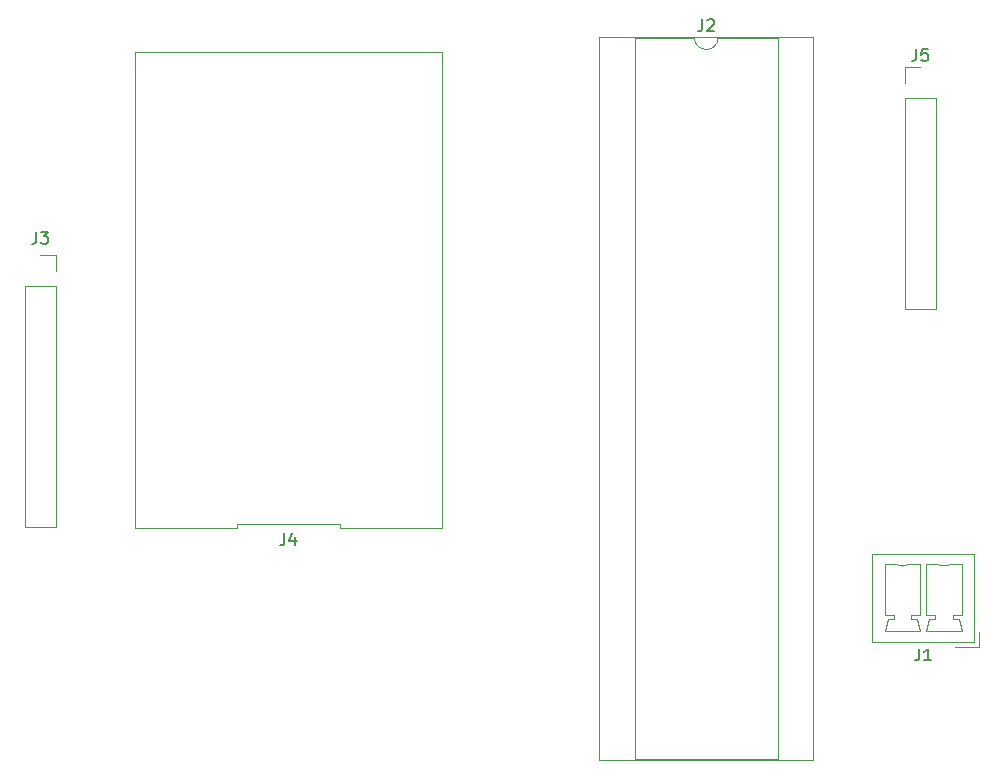
<source format=gbr>
%TF.GenerationSoftware,KiCad,Pcbnew,8.0.3*%
%TF.CreationDate,2024-07-16T20:51:18-07:00*%
%TF.ProjectId,pcb_test,7063625f-7465-4737-942e-6b696361645f,rev?*%
%TF.SameCoordinates,Original*%
%TF.FileFunction,Legend,Top*%
%TF.FilePolarity,Positive*%
%FSLAX46Y46*%
G04 Gerber Fmt 4.6, Leading zero omitted, Abs format (unit mm)*
G04 Created by KiCad (PCBNEW 8.0.3) date 2024-07-16 20:51:18*
%MOMM*%
%LPD*%
G01*
G04 APERTURE LIST*
%ADD10C,0.150000*%
%ADD11C,0.120000*%
G04 APERTURE END LIST*
D10*
X113406666Y-29304819D02*
X113406666Y-30019104D01*
X113406666Y-30019104D02*
X113359047Y-30161961D01*
X113359047Y-30161961D02*
X113263809Y-30257200D01*
X113263809Y-30257200D02*
X113120952Y-30304819D01*
X113120952Y-30304819D02*
X113025714Y-30304819D01*
X114359047Y-29304819D02*
X113882857Y-29304819D01*
X113882857Y-29304819D02*
X113835238Y-29781009D01*
X113835238Y-29781009D02*
X113882857Y-29733390D01*
X113882857Y-29733390D02*
X113978095Y-29685771D01*
X113978095Y-29685771D02*
X114216190Y-29685771D01*
X114216190Y-29685771D02*
X114311428Y-29733390D01*
X114311428Y-29733390D02*
X114359047Y-29781009D01*
X114359047Y-29781009D02*
X114406666Y-29876247D01*
X114406666Y-29876247D02*
X114406666Y-30114342D01*
X114406666Y-30114342D02*
X114359047Y-30209580D01*
X114359047Y-30209580D02*
X114311428Y-30257200D01*
X114311428Y-30257200D02*
X114216190Y-30304819D01*
X114216190Y-30304819D02*
X113978095Y-30304819D01*
X113978095Y-30304819D02*
X113882857Y-30257200D01*
X113882857Y-30257200D02*
X113835238Y-30209580D01*
X59906666Y-70334819D02*
X59906666Y-71049104D01*
X59906666Y-71049104D02*
X59859047Y-71191961D01*
X59859047Y-71191961D02*
X59763809Y-71287200D01*
X59763809Y-71287200D02*
X59620952Y-71334819D01*
X59620952Y-71334819D02*
X59525714Y-71334819D01*
X60811428Y-70668152D02*
X60811428Y-71334819D01*
X60573333Y-70287200D02*
X60335238Y-71001485D01*
X60335238Y-71001485D02*
X60954285Y-71001485D01*
X38906666Y-44784819D02*
X38906666Y-45499104D01*
X38906666Y-45499104D02*
X38859047Y-45641961D01*
X38859047Y-45641961D02*
X38763809Y-45737200D01*
X38763809Y-45737200D02*
X38620952Y-45784819D01*
X38620952Y-45784819D02*
X38525714Y-45784819D01*
X39287619Y-44784819D02*
X39906666Y-44784819D01*
X39906666Y-44784819D02*
X39573333Y-45165771D01*
X39573333Y-45165771D02*
X39716190Y-45165771D01*
X39716190Y-45165771D02*
X39811428Y-45213390D01*
X39811428Y-45213390D02*
X39859047Y-45261009D01*
X39859047Y-45261009D02*
X39906666Y-45356247D01*
X39906666Y-45356247D02*
X39906666Y-45594342D01*
X39906666Y-45594342D02*
X39859047Y-45689580D01*
X39859047Y-45689580D02*
X39811428Y-45737200D01*
X39811428Y-45737200D02*
X39716190Y-45784819D01*
X39716190Y-45784819D02*
X39430476Y-45784819D01*
X39430476Y-45784819D02*
X39335238Y-45737200D01*
X39335238Y-45737200D02*
X39287619Y-45689580D01*
X113656666Y-80084819D02*
X113656666Y-80799104D01*
X113656666Y-80799104D02*
X113609047Y-80941961D01*
X113609047Y-80941961D02*
X113513809Y-81037200D01*
X113513809Y-81037200D02*
X113370952Y-81084819D01*
X113370952Y-81084819D02*
X113275714Y-81084819D01*
X114656666Y-81084819D02*
X114085238Y-81084819D01*
X114370952Y-81084819D02*
X114370952Y-80084819D01*
X114370952Y-80084819D02*
X114275714Y-80227676D01*
X114275714Y-80227676D02*
X114180476Y-80322914D01*
X114180476Y-80322914D02*
X114085238Y-80370533D01*
X95286666Y-26804819D02*
X95286666Y-27519104D01*
X95286666Y-27519104D02*
X95239047Y-27661961D01*
X95239047Y-27661961D02*
X95143809Y-27757200D01*
X95143809Y-27757200D02*
X95000952Y-27804819D01*
X95000952Y-27804819D02*
X94905714Y-27804819D01*
X95715238Y-26900057D02*
X95762857Y-26852438D01*
X95762857Y-26852438D02*
X95858095Y-26804819D01*
X95858095Y-26804819D02*
X96096190Y-26804819D01*
X96096190Y-26804819D02*
X96191428Y-26852438D01*
X96191428Y-26852438D02*
X96239047Y-26900057D01*
X96239047Y-26900057D02*
X96286666Y-26995295D01*
X96286666Y-26995295D02*
X96286666Y-27090533D01*
X96286666Y-27090533D02*
X96239047Y-27233390D01*
X96239047Y-27233390D02*
X95667619Y-27804819D01*
X95667619Y-27804819D02*
X96286666Y-27804819D01*
D11*
%TO.C,J5*%
X112410000Y-30850000D02*
X113740000Y-30850000D01*
X112410000Y-32180000D02*
X112410000Y-30850000D01*
X112410000Y-33450000D02*
X112410000Y-51290000D01*
X112410000Y-33450000D02*
X115070000Y-33450000D01*
X112410000Y-51290000D02*
X115070000Y-51290000D01*
X115070000Y-33450000D02*
X115070000Y-51290000D01*
%TO.C,J4*%
X47240000Y-69880000D02*
X55906667Y-69880000D01*
X55906667Y-69880000D02*
X55906667Y-69520000D01*
X64573333Y-69880000D02*
X73239999Y-69880000D01*
X73239999Y-69880000D02*
X73240000Y-29580000D01*
X55906667Y-69520000D02*
X64573333Y-69520000D01*
X64573333Y-69520000D02*
X64573333Y-69880000D01*
X47240001Y-29580000D02*
X47240000Y-69880000D01*
X73240000Y-29580000D02*
X47240001Y-29580000D01*
%TO.C,J3*%
X37910000Y-49370000D02*
X37910000Y-69750000D01*
X37910000Y-49370000D02*
X40570000Y-49370000D01*
X37910000Y-69750000D02*
X40570000Y-69750000D01*
X39240000Y-46770000D02*
X40570000Y-46770000D01*
X40570000Y-46770000D02*
X40570000Y-48100000D01*
X40570000Y-49370000D02*
X40570000Y-69750000D01*
%TO.C,J1*%
X118690000Y-79930000D02*
X116690000Y-79930000D01*
X118690000Y-78680000D02*
X118690000Y-79930000D01*
X118300000Y-79540000D02*
X118300000Y-72070000D01*
X118300000Y-72070000D02*
X109680000Y-72070000D01*
X117240000Y-78580000D02*
X114240000Y-78580000D01*
X117240000Y-77230000D02*
X116490000Y-77230000D01*
X117240000Y-72930000D02*
X117240000Y-77230000D01*
X116990000Y-77580000D02*
X117240000Y-78580000D01*
X116490000Y-77580000D02*
X116990000Y-77580000D01*
X116490000Y-77230000D02*
X116490000Y-77580000D01*
X116490000Y-72930000D02*
X117240000Y-72930000D01*
X114990000Y-77580000D02*
X114990000Y-77230000D01*
X114990000Y-77230000D02*
X114240000Y-77230000D01*
X114490000Y-77580000D02*
X114990000Y-77580000D01*
X114240000Y-78580000D02*
X114490000Y-77580000D01*
X114240000Y-77230000D02*
X114240000Y-72930000D01*
X114240000Y-72930000D02*
X114990000Y-72930000D01*
X113740000Y-78580000D02*
X110740000Y-78580000D01*
X113740000Y-77230000D02*
X112990000Y-77230000D01*
X113740000Y-72930000D02*
X113740000Y-77230000D01*
X113490000Y-77580000D02*
X113740000Y-78580000D01*
X112990000Y-77580000D02*
X113490000Y-77580000D01*
X112990000Y-77230000D02*
X112990000Y-77580000D01*
X112990000Y-72930000D02*
X113740000Y-72930000D01*
X111490000Y-77580000D02*
X111490000Y-77230000D01*
X111490000Y-77230000D02*
X110740000Y-77230000D01*
X110990000Y-77580000D02*
X111490000Y-77580000D01*
X110740000Y-78580000D02*
X110990000Y-77580000D01*
X110740000Y-77230000D02*
X110740000Y-72930000D01*
X110740000Y-72930000D02*
X111490000Y-72930000D01*
X109680000Y-79540000D02*
X118300000Y-79540000D01*
X109680000Y-72070000D02*
X109680000Y-79540000D01*
X116490000Y-72930000D02*
G75*
G02*
X114990353Y-72930156I-750000J1700000D01*
G01*
X112990000Y-72930000D02*
G75*
G02*
X111490353Y-72930156I-750000J1700000D01*
G01*
%TO.C,J2*%
X96620000Y-28350000D02*
G75*
G02*
X94620000Y-28350000I-1000000J0D01*
G01*
X104680000Y-89490000D02*
X104680000Y-28290000D01*
X104680000Y-28290000D02*
X86560000Y-28290000D01*
X101680000Y-89430000D02*
X101680000Y-28350000D01*
X101680000Y-28350000D02*
X96620000Y-28350000D01*
X94620000Y-28350000D02*
X89560000Y-28350000D01*
X89560000Y-89430000D02*
X101680000Y-89430000D01*
X89560000Y-28350000D02*
X89560000Y-89430000D01*
X86560000Y-89490000D02*
X104680000Y-89490000D01*
X86560000Y-28290000D02*
X86560000Y-89490000D01*
%TD*%
M02*

</source>
